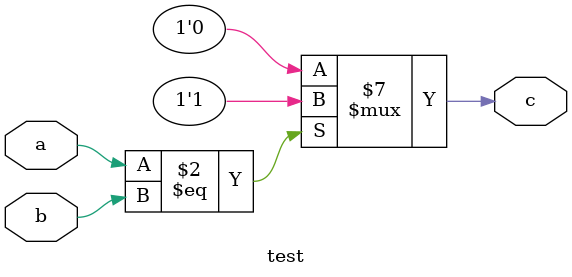
<source format=v>
module test (c,a,b);
output c;
input a,b;
reg c;
reg [8*14:1] strvar;
always @(a or b)
begin
if (a == b)
begin
c = 'b1;
strvar = "are equal."; //"are equal." non-synthesizable, warning
end
else
begin
c = 'b0;
strvar = "are not equal."; //"are not equal."
//non-synthesizable, warning
end
end
endmodule


</source>
